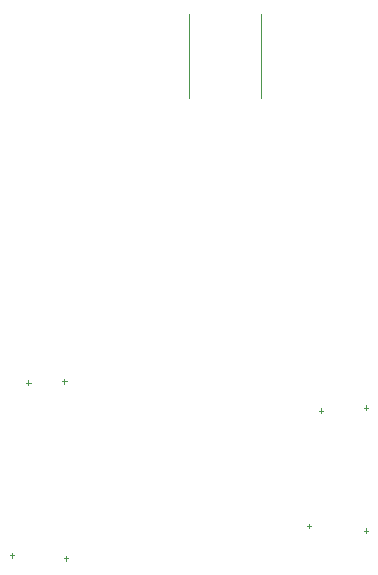
<source format=gm1>
G04*
G04 #@! TF.GenerationSoftware,Altium Limited,Altium Designer,18.1.6 (161)*
G04*
G04 Layer_Color=16711935*
%FSTAX24Y24*%
%MOIN*%
G70*
G01*
G75*
%ADD120C,0.0010*%
%ADD121C,0.0039*%
D120*
X09935Y05795D02*
Y06075D01*
X09695Y05795D02*
Y06075D01*
D121*
X102771Y043525D02*
X102929D01*
X10285Y043446D02*
Y043604D01*
X102771Y047625D02*
X102929D01*
X10285Y047546D02*
Y047704D01*
X100871Y043675D02*
X101029D01*
X10095Y043596D02*
Y043754D01*
X101271Y047525D02*
X101429D01*
X10135Y047446D02*
Y047604D01*
X090971Y0427D02*
X091129D01*
X09105Y042621D02*
Y042779D01*
X092771Y0426D02*
X092929D01*
X09285Y042521D02*
Y042679D01*
X091521Y04845D02*
X091679D01*
X0916Y048371D02*
Y048529D01*
X092721Y0485D02*
X092879D01*
X0928Y048421D02*
Y048579D01*
M02*

</source>
